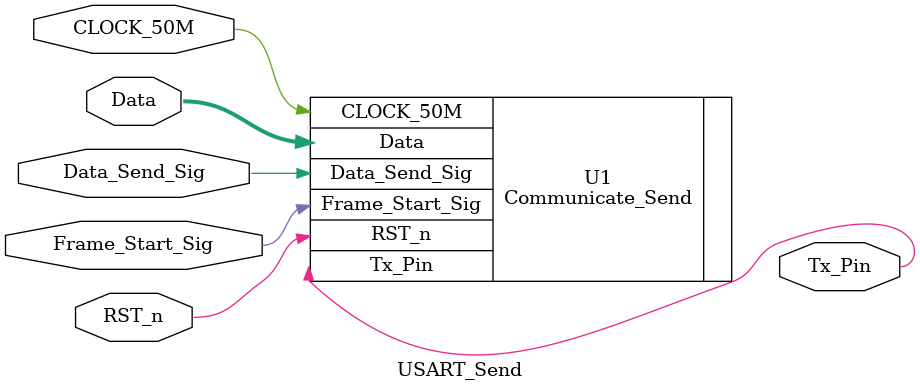
<source format=v>

module USART_Send(CLOCK_50M,RST_n,Frame_Start_Sig,Data_Send_Sig,Data,Tx_Pin);
input CLOCK_50M;
input RST_n;
input Frame_Start_Sig;
input Data_Send_Sig;
input [7:0]Data;
output Tx_Pin;
	
	Communicate_Send U1
	(
		.CLOCK_50M(CLOCK_50M),
		.RST_n(RST_n),
		.Frame_Start_Sig(Frame_Start_Sig),
		.Data_Send_Sig(Data_Send_Sig),
		.Data(Data),
		.Tx_Pin(Tx_Pin)
	);
	
	
endmodule 

</source>
